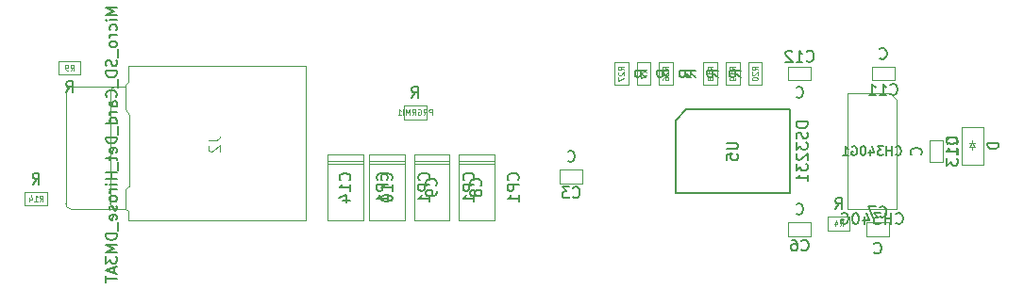
<source format=gbr>
G04 #@! TF.FileFunction,Other,Fab,Bot*
%FSLAX46Y46*%
G04 Gerber Fmt 4.6, Leading zero omitted, Abs format (unit mm)*
G04 Created by KiCad (PCBNEW 4.0.7) date 01/21/18 20:58:23*
%MOMM*%
%LPD*%
G01*
G04 APERTURE LIST*
%ADD10C,0.100000*%
%ADD11C,0.150000*%
%ADD12C,0.075000*%
G04 APERTURE END LIST*
D10*
X148500000Y-45630000D02*
X148500000Y-46870000D01*
X150500000Y-45630000D02*
X148500000Y-45630000D01*
X150500000Y-46870000D02*
X150500000Y-45630000D01*
X148500000Y-46870000D02*
X150500000Y-46870000D01*
X169000000Y-50380000D02*
X169000000Y-51620000D01*
X171000000Y-50380000D02*
X169000000Y-50380000D01*
X171000000Y-51620000D02*
X171000000Y-50380000D01*
X169000000Y-51620000D02*
X171000000Y-51620000D01*
X178000000Y-51620000D02*
X178000000Y-50380000D01*
X176000000Y-51620000D02*
X178000000Y-51620000D01*
X176000000Y-50380000D02*
X176000000Y-51620000D01*
X178000000Y-50380000D02*
X176000000Y-50380000D01*
X139400000Y-44250000D02*
X142600000Y-44250000D01*
X142600000Y-44250000D02*
X142600000Y-50250000D01*
X142600000Y-50250000D02*
X139400000Y-50250000D01*
X139400000Y-50250000D02*
X139400000Y-44250000D01*
X139400000Y-44850000D02*
X142600000Y-44850000D01*
X139400000Y-45150000D02*
X142600000Y-45150000D01*
X135400000Y-44250000D02*
X138600000Y-44250000D01*
X138600000Y-44250000D02*
X138600000Y-50250000D01*
X138600000Y-50250000D02*
X135400000Y-50250000D01*
X135400000Y-50250000D02*
X135400000Y-44250000D01*
X135400000Y-44850000D02*
X138600000Y-44850000D01*
X135400000Y-45150000D02*
X138600000Y-45150000D01*
X131400000Y-44250000D02*
X134600000Y-44250000D01*
X134600000Y-44250000D02*
X134600000Y-50250000D01*
X134600000Y-50250000D02*
X131400000Y-50250000D01*
X131400000Y-50250000D02*
X131400000Y-44250000D01*
X131400000Y-44850000D02*
X134600000Y-44850000D01*
X131400000Y-45150000D02*
X134600000Y-45150000D01*
X176500000Y-36380000D02*
X176500000Y-37620000D01*
X178500000Y-36380000D02*
X176500000Y-36380000D01*
X178500000Y-37620000D02*
X178500000Y-36380000D01*
X176500000Y-37620000D02*
X178500000Y-37620000D01*
X171000000Y-37620000D02*
X171000000Y-36380000D01*
X169000000Y-37620000D02*
X171000000Y-37620000D01*
X169000000Y-36380000D02*
X169000000Y-37620000D01*
X171000000Y-36380000D02*
X169000000Y-36380000D01*
X181630000Y-45000000D02*
X182870000Y-45000000D01*
X181630000Y-43000000D02*
X181630000Y-45000000D01*
X182870000Y-43000000D02*
X181630000Y-43000000D01*
X182870000Y-45000000D02*
X182870000Y-43000000D01*
X127650000Y-44250000D02*
X130850000Y-44250000D01*
X130850000Y-44250000D02*
X130850000Y-50250000D01*
X130850000Y-50250000D02*
X127650000Y-50250000D01*
X127650000Y-50250000D02*
X127650000Y-44250000D01*
X127650000Y-44850000D02*
X130850000Y-44850000D01*
X127650000Y-45150000D02*
X130850000Y-45150000D01*
X178700000Y-39400000D02*
X178100000Y-38800000D01*
X178100000Y-38800000D02*
X174300000Y-38800000D01*
X174300000Y-38800000D02*
X174300000Y-49200000D01*
X174300000Y-49200000D02*
X178700000Y-49200000D01*
X178700000Y-49200000D02*
X178700000Y-39400000D01*
X185246000Y-43246000D02*
X185754000Y-43246000D01*
X185500000Y-43627000D02*
X185500000Y-43881000D01*
X185500000Y-43246000D02*
X185500000Y-42992000D01*
X185754000Y-43627000D02*
X185500000Y-43246000D01*
X185246000Y-43627000D02*
X185754000Y-43627000D01*
X185500000Y-43246000D02*
X185246000Y-43627000D01*
X186450000Y-41800000D02*
X184550000Y-41800000D01*
X186450000Y-45200000D02*
X186450000Y-41800000D01*
X184550000Y-45200000D02*
X186450000Y-45200000D01*
X184550000Y-41800000D02*
X184550000Y-45200000D01*
X109750000Y-47190000D02*
X109900000Y-47190000D01*
X109750000Y-49390000D02*
X109750000Y-50200000D01*
X109750000Y-37790000D02*
X109750000Y-36350000D01*
X109550000Y-47390000D02*
X109550000Y-49190000D01*
X109750000Y-47190000D02*
X109550000Y-47390000D01*
X109550000Y-49190000D02*
X109750000Y-49390000D01*
X109550000Y-40240000D02*
X109900000Y-40765000D01*
X109550000Y-37990000D02*
X109750000Y-37790000D01*
X109550000Y-37990000D02*
X109550000Y-40240000D01*
X109750000Y-50200000D02*
X125700000Y-50200000D01*
X109750000Y-36350000D02*
X125700000Y-36350000D01*
X125700000Y-36350000D02*
X125700000Y-50200000D01*
X109900000Y-40765000D02*
X109900000Y-47190000D01*
X108150000Y-38700000D02*
G75*
G02X108650000Y-38200000I500000J0D01*
G01*
X108650000Y-49200000D02*
G75*
G02X108150000Y-48700000I0J500000D01*
G01*
X108150000Y-48700000D02*
X108150000Y-38700000D01*
X104150000Y-48700000D02*
X104150000Y-38700000D01*
X104150000Y-38700000D02*
G75*
G02X104650000Y-38200000I500000J0D01*
G01*
X104650000Y-49200000D02*
G75*
G02X104150000Y-48700000I0J500000D01*
G01*
X104650000Y-38200000D02*
X109550000Y-38200000D01*
X109550000Y-49200000D02*
X104650000Y-49200000D01*
X134500000Y-39880000D02*
X134500000Y-41120000D01*
X136500000Y-39880000D02*
X134500000Y-39880000D01*
X136500000Y-41120000D02*
X136500000Y-39880000D01*
X134500000Y-41120000D02*
X136500000Y-41120000D01*
X172500000Y-49880000D02*
X172500000Y-51120000D01*
X174500000Y-49880000D02*
X172500000Y-49880000D01*
X174500000Y-51120000D02*
X174500000Y-49880000D01*
X172500000Y-51120000D02*
X174500000Y-51120000D01*
X156620000Y-36000000D02*
X155380000Y-36000000D01*
X156620000Y-38000000D02*
X156620000Y-36000000D01*
X155380000Y-38000000D02*
X156620000Y-38000000D01*
X155380000Y-36000000D02*
X155380000Y-38000000D01*
X105500000Y-37120000D02*
X105500000Y-35880000D01*
X103500000Y-37120000D02*
X105500000Y-37120000D01*
X103500000Y-35880000D02*
X103500000Y-37120000D01*
X105500000Y-35880000D02*
X103500000Y-35880000D01*
X100500000Y-47630000D02*
X100500000Y-48870000D01*
X102500000Y-47630000D02*
X100500000Y-47630000D01*
X102500000Y-48870000D02*
X102500000Y-47630000D01*
X100500000Y-48870000D02*
X102500000Y-48870000D01*
X161378660Y-38000180D02*
X162618660Y-38000180D01*
X161378660Y-36000180D02*
X161378660Y-38000180D01*
X162618660Y-36000180D02*
X161378660Y-36000180D01*
X162618660Y-38000180D02*
X162618660Y-36000180D01*
X163377640Y-38000180D02*
X164617640Y-38000180D01*
X163377640Y-36000180D02*
X163377640Y-38000180D01*
X164617640Y-36000180D02*
X163377640Y-36000180D01*
X164617640Y-38000180D02*
X164617640Y-36000180D01*
X165380000Y-38000000D02*
X166620000Y-38000000D01*
X165380000Y-36000000D02*
X165380000Y-38000000D01*
X166620000Y-36000000D02*
X165380000Y-36000000D01*
X166620000Y-38000000D02*
X166620000Y-36000000D01*
X158620000Y-36000000D02*
X157380000Y-36000000D01*
X158620000Y-38000000D02*
X158620000Y-36000000D01*
X157380000Y-38000000D02*
X158620000Y-38000000D01*
X157380000Y-36000000D02*
X157380000Y-38000000D01*
X154620000Y-36000000D02*
X153380000Y-36000000D01*
X154620000Y-38000000D02*
X154620000Y-36000000D01*
X153380000Y-38000000D02*
X154620000Y-38000000D01*
X153380000Y-36000000D02*
X153380000Y-38000000D01*
D11*
X158850000Y-41250000D02*
X158850000Y-47750000D01*
X158850000Y-47750000D02*
X169150000Y-47750000D01*
X169150000Y-47750000D02*
X169150000Y-40250000D01*
X169150000Y-40250000D02*
X159850000Y-40250000D01*
X159850000Y-40250000D02*
X158850000Y-41250000D01*
X149190476Y-44857143D02*
X149238095Y-44904762D01*
X149380952Y-44952381D01*
X149476190Y-44952381D01*
X149619048Y-44904762D01*
X149714286Y-44809524D01*
X149761905Y-44714286D01*
X149809524Y-44523810D01*
X149809524Y-44380952D01*
X149761905Y-44190476D01*
X149714286Y-44095238D01*
X149619048Y-44000000D01*
X149476190Y-43952381D01*
X149380952Y-43952381D01*
X149238095Y-44000000D01*
X149190476Y-44047619D01*
X149666666Y-48107143D02*
X149714285Y-48154762D01*
X149857142Y-48202381D01*
X149952380Y-48202381D01*
X150095238Y-48154762D01*
X150190476Y-48059524D01*
X150238095Y-47964286D01*
X150285714Y-47773810D01*
X150285714Y-47630952D01*
X150238095Y-47440476D01*
X150190476Y-47345238D01*
X150095238Y-47250000D01*
X149952380Y-47202381D01*
X149857142Y-47202381D01*
X149714285Y-47250000D01*
X149666666Y-47297619D01*
X149333333Y-47202381D02*
X148714285Y-47202381D01*
X149047619Y-47583333D01*
X148904761Y-47583333D01*
X148809523Y-47630952D01*
X148761904Y-47678571D01*
X148714285Y-47773810D01*
X148714285Y-48011905D01*
X148761904Y-48107143D01*
X148809523Y-48154762D01*
X148904761Y-48202381D01*
X149190476Y-48202381D01*
X149285714Y-48154762D01*
X149333333Y-48107143D01*
X169690476Y-49607143D02*
X169738095Y-49654762D01*
X169880952Y-49702381D01*
X169976190Y-49702381D01*
X170119048Y-49654762D01*
X170214286Y-49559524D01*
X170261905Y-49464286D01*
X170309524Y-49273810D01*
X170309524Y-49130952D01*
X170261905Y-48940476D01*
X170214286Y-48845238D01*
X170119048Y-48750000D01*
X169976190Y-48702381D01*
X169880952Y-48702381D01*
X169738095Y-48750000D01*
X169690476Y-48797619D01*
X170166666Y-52857143D02*
X170214285Y-52904762D01*
X170357142Y-52952381D01*
X170452380Y-52952381D01*
X170595238Y-52904762D01*
X170690476Y-52809524D01*
X170738095Y-52714286D01*
X170785714Y-52523810D01*
X170785714Y-52380952D01*
X170738095Y-52190476D01*
X170690476Y-52095238D01*
X170595238Y-52000000D01*
X170452380Y-51952381D01*
X170357142Y-51952381D01*
X170214285Y-52000000D01*
X170166666Y-52047619D01*
X169309523Y-51952381D02*
X169500000Y-51952381D01*
X169595238Y-52000000D01*
X169642857Y-52047619D01*
X169738095Y-52190476D01*
X169785714Y-52380952D01*
X169785714Y-52761905D01*
X169738095Y-52857143D01*
X169690476Y-52904762D01*
X169595238Y-52952381D01*
X169404761Y-52952381D01*
X169309523Y-52904762D01*
X169261904Y-52857143D01*
X169214285Y-52761905D01*
X169214285Y-52523810D01*
X169261904Y-52428571D01*
X169309523Y-52380952D01*
X169404761Y-52333333D01*
X169595238Y-52333333D01*
X169690476Y-52380952D01*
X169738095Y-52428571D01*
X169785714Y-52523810D01*
X176690476Y-53107143D02*
X176738095Y-53154762D01*
X176880952Y-53202381D01*
X176976190Y-53202381D01*
X177119048Y-53154762D01*
X177214286Y-53059524D01*
X177261905Y-52964286D01*
X177309524Y-52773810D01*
X177309524Y-52630952D01*
X177261905Y-52440476D01*
X177214286Y-52345238D01*
X177119048Y-52250000D01*
X176976190Y-52202381D01*
X176880952Y-52202381D01*
X176738095Y-52250000D01*
X176690476Y-52297619D01*
X177166666Y-49857143D02*
X177214285Y-49904762D01*
X177357142Y-49952381D01*
X177452380Y-49952381D01*
X177595238Y-49904762D01*
X177690476Y-49809524D01*
X177738095Y-49714286D01*
X177785714Y-49523810D01*
X177785714Y-49380952D01*
X177738095Y-49190476D01*
X177690476Y-49095238D01*
X177595238Y-49000000D01*
X177452380Y-48952381D01*
X177357142Y-48952381D01*
X177214285Y-49000000D01*
X177166666Y-49047619D01*
X176833333Y-48952381D02*
X176166666Y-48952381D01*
X176595238Y-49952381D01*
X144707143Y-46583334D02*
X144754762Y-46535715D01*
X144802381Y-46392858D01*
X144802381Y-46297620D01*
X144754762Y-46154762D01*
X144659524Y-46059524D01*
X144564286Y-46011905D01*
X144373810Y-45964286D01*
X144230952Y-45964286D01*
X144040476Y-46011905D01*
X143945238Y-46059524D01*
X143850000Y-46154762D01*
X143802381Y-46297620D01*
X143802381Y-46392858D01*
X143850000Y-46535715D01*
X143897619Y-46583334D01*
X144802381Y-47011905D02*
X143802381Y-47011905D01*
X143802381Y-47392858D01*
X143850000Y-47488096D01*
X143897619Y-47535715D01*
X143992857Y-47583334D01*
X144135714Y-47583334D01*
X144230952Y-47535715D01*
X144278571Y-47488096D01*
X144326190Y-47392858D01*
X144326190Y-47011905D01*
X144802381Y-48535715D02*
X144802381Y-47964286D01*
X144802381Y-48250000D02*
X143802381Y-48250000D01*
X143945238Y-48154762D01*
X144040476Y-48059524D01*
X144088095Y-47964286D01*
X141357143Y-47083334D02*
X141404762Y-47035715D01*
X141452381Y-46892858D01*
X141452381Y-46797620D01*
X141404762Y-46654762D01*
X141309524Y-46559524D01*
X141214286Y-46511905D01*
X141023810Y-46464286D01*
X140880952Y-46464286D01*
X140690476Y-46511905D01*
X140595238Y-46559524D01*
X140500000Y-46654762D01*
X140452381Y-46797620D01*
X140452381Y-46892858D01*
X140500000Y-47035715D01*
X140547619Y-47083334D01*
X140880952Y-47654762D02*
X140833333Y-47559524D01*
X140785714Y-47511905D01*
X140690476Y-47464286D01*
X140642857Y-47464286D01*
X140547619Y-47511905D01*
X140500000Y-47559524D01*
X140452381Y-47654762D01*
X140452381Y-47845239D01*
X140500000Y-47940477D01*
X140547619Y-47988096D01*
X140642857Y-48035715D01*
X140690476Y-48035715D01*
X140785714Y-47988096D01*
X140833333Y-47940477D01*
X140880952Y-47845239D01*
X140880952Y-47654762D01*
X140928571Y-47559524D01*
X140976190Y-47511905D01*
X141071429Y-47464286D01*
X141261905Y-47464286D01*
X141357143Y-47511905D01*
X141404762Y-47559524D01*
X141452381Y-47654762D01*
X141452381Y-47845239D01*
X141404762Y-47940477D01*
X141357143Y-47988096D01*
X141261905Y-48035715D01*
X141071429Y-48035715D01*
X140976190Y-47988096D01*
X140928571Y-47940477D01*
X140880952Y-47845239D01*
X140707143Y-46583334D02*
X140754762Y-46535715D01*
X140802381Y-46392858D01*
X140802381Y-46297620D01*
X140754762Y-46154762D01*
X140659524Y-46059524D01*
X140564286Y-46011905D01*
X140373810Y-45964286D01*
X140230952Y-45964286D01*
X140040476Y-46011905D01*
X139945238Y-46059524D01*
X139850000Y-46154762D01*
X139802381Y-46297620D01*
X139802381Y-46392858D01*
X139850000Y-46535715D01*
X139897619Y-46583334D01*
X140802381Y-47011905D02*
X139802381Y-47011905D01*
X139802381Y-47392858D01*
X139850000Y-47488096D01*
X139897619Y-47535715D01*
X139992857Y-47583334D01*
X140135714Y-47583334D01*
X140230952Y-47535715D01*
X140278571Y-47488096D01*
X140326190Y-47392858D01*
X140326190Y-47011905D01*
X140802381Y-48535715D02*
X140802381Y-47964286D01*
X140802381Y-48250000D02*
X139802381Y-48250000D01*
X139945238Y-48154762D01*
X140040476Y-48059524D01*
X140088095Y-47964286D01*
X137357143Y-47083334D02*
X137404762Y-47035715D01*
X137452381Y-46892858D01*
X137452381Y-46797620D01*
X137404762Y-46654762D01*
X137309524Y-46559524D01*
X137214286Y-46511905D01*
X137023810Y-46464286D01*
X136880952Y-46464286D01*
X136690476Y-46511905D01*
X136595238Y-46559524D01*
X136500000Y-46654762D01*
X136452381Y-46797620D01*
X136452381Y-46892858D01*
X136500000Y-47035715D01*
X136547619Y-47083334D01*
X137452381Y-47559524D02*
X137452381Y-47750000D01*
X137404762Y-47845239D01*
X137357143Y-47892858D01*
X137214286Y-47988096D01*
X137023810Y-48035715D01*
X136642857Y-48035715D01*
X136547619Y-47988096D01*
X136500000Y-47940477D01*
X136452381Y-47845239D01*
X136452381Y-47654762D01*
X136500000Y-47559524D01*
X136547619Y-47511905D01*
X136642857Y-47464286D01*
X136880952Y-47464286D01*
X136976190Y-47511905D01*
X137023810Y-47559524D01*
X137071429Y-47654762D01*
X137071429Y-47845239D01*
X137023810Y-47940477D01*
X136976190Y-47988096D01*
X136880952Y-48035715D01*
X136707143Y-46583334D02*
X136754762Y-46535715D01*
X136802381Y-46392858D01*
X136802381Y-46297620D01*
X136754762Y-46154762D01*
X136659524Y-46059524D01*
X136564286Y-46011905D01*
X136373810Y-45964286D01*
X136230952Y-45964286D01*
X136040476Y-46011905D01*
X135945238Y-46059524D01*
X135850000Y-46154762D01*
X135802381Y-46297620D01*
X135802381Y-46392858D01*
X135850000Y-46535715D01*
X135897619Y-46583334D01*
X136802381Y-47011905D02*
X135802381Y-47011905D01*
X135802381Y-47392858D01*
X135850000Y-47488096D01*
X135897619Y-47535715D01*
X135992857Y-47583334D01*
X136135714Y-47583334D01*
X136230952Y-47535715D01*
X136278571Y-47488096D01*
X136326190Y-47392858D01*
X136326190Y-47011905D01*
X136802381Y-48535715D02*
X136802381Y-47964286D01*
X136802381Y-48250000D02*
X135802381Y-48250000D01*
X135945238Y-48154762D01*
X136040476Y-48059524D01*
X136088095Y-47964286D01*
X133357143Y-46607143D02*
X133404762Y-46559524D01*
X133452381Y-46416667D01*
X133452381Y-46321429D01*
X133404762Y-46178571D01*
X133309524Y-46083333D01*
X133214286Y-46035714D01*
X133023810Y-45988095D01*
X132880952Y-45988095D01*
X132690476Y-46035714D01*
X132595238Y-46083333D01*
X132500000Y-46178571D01*
X132452381Y-46321429D01*
X132452381Y-46416667D01*
X132500000Y-46559524D01*
X132547619Y-46607143D01*
X133452381Y-47559524D02*
X133452381Y-46988095D01*
X133452381Y-47273809D02*
X132452381Y-47273809D01*
X132595238Y-47178571D01*
X132690476Y-47083333D01*
X132738095Y-46988095D01*
X132452381Y-48178571D02*
X132452381Y-48273810D01*
X132500000Y-48369048D01*
X132547619Y-48416667D01*
X132642857Y-48464286D01*
X132833333Y-48511905D01*
X133071429Y-48511905D01*
X133261905Y-48464286D01*
X133357143Y-48416667D01*
X133404762Y-48369048D01*
X133452381Y-48273810D01*
X133452381Y-48178571D01*
X133404762Y-48083333D01*
X133357143Y-48035714D01*
X133261905Y-47988095D01*
X133071429Y-47940476D01*
X132833333Y-47940476D01*
X132642857Y-47988095D01*
X132547619Y-48035714D01*
X132500000Y-48083333D01*
X132452381Y-48178571D01*
X177190476Y-35607143D02*
X177238095Y-35654762D01*
X177380952Y-35702381D01*
X177476190Y-35702381D01*
X177619048Y-35654762D01*
X177714286Y-35559524D01*
X177761905Y-35464286D01*
X177809524Y-35273810D01*
X177809524Y-35130952D01*
X177761905Y-34940476D01*
X177714286Y-34845238D01*
X177619048Y-34750000D01*
X177476190Y-34702381D01*
X177380952Y-34702381D01*
X177238095Y-34750000D01*
X177190476Y-34797619D01*
X178142857Y-38857143D02*
X178190476Y-38904762D01*
X178333333Y-38952381D01*
X178428571Y-38952381D01*
X178571429Y-38904762D01*
X178666667Y-38809524D01*
X178714286Y-38714286D01*
X178761905Y-38523810D01*
X178761905Y-38380952D01*
X178714286Y-38190476D01*
X178666667Y-38095238D01*
X178571429Y-38000000D01*
X178428571Y-37952381D01*
X178333333Y-37952381D01*
X178190476Y-38000000D01*
X178142857Y-38047619D01*
X177190476Y-38952381D02*
X177761905Y-38952381D01*
X177476191Y-38952381D02*
X177476191Y-37952381D01*
X177571429Y-38095238D01*
X177666667Y-38190476D01*
X177761905Y-38238095D01*
X176238095Y-38952381D02*
X176809524Y-38952381D01*
X176523810Y-38952381D02*
X176523810Y-37952381D01*
X176619048Y-38095238D01*
X176714286Y-38190476D01*
X176809524Y-38238095D01*
X169690476Y-39107143D02*
X169738095Y-39154762D01*
X169880952Y-39202381D01*
X169976190Y-39202381D01*
X170119048Y-39154762D01*
X170214286Y-39059524D01*
X170261905Y-38964286D01*
X170309524Y-38773810D01*
X170309524Y-38630952D01*
X170261905Y-38440476D01*
X170214286Y-38345238D01*
X170119048Y-38250000D01*
X169976190Y-38202381D01*
X169880952Y-38202381D01*
X169738095Y-38250000D01*
X169690476Y-38297619D01*
X170642857Y-35857143D02*
X170690476Y-35904762D01*
X170833333Y-35952381D01*
X170928571Y-35952381D01*
X171071429Y-35904762D01*
X171166667Y-35809524D01*
X171214286Y-35714286D01*
X171261905Y-35523810D01*
X171261905Y-35380952D01*
X171214286Y-35190476D01*
X171166667Y-35095238D01*
X171071429Y-35000000D01*
X170928571Y-34952381D01*
X170833333Y-34952381D01*
X170690476Y-35000000D01*
X170642857Y-35047619D01*
X169690476Y-35952381D02*
X170261905Y-35952381D01*
X169976191Y-35952381D02*
X169976191Y-34952381D01*
X170071429Y-35095238D01*
X170166667Y-35190476D01*
X170261905Y-35238095D01*
X169309524Y-35047619D02*
X169261905Y-35000000D01*
X169166667Y-34952381D01*
X168928571Y-34952381D01*
X168833333Y-35000000D01*
X168785714Y-35047619D01*
X168738095Y-35142857D01*
X168738095Y-35238095D01*
X168785714Y-35380952D01*
X169357143Y-35952381D01*
X168738095Y-35952381D01*
X180857143Y-44309524D02*
X180904762Y-44261905D01*
X180952381Y-44119048D01*
X180952381Y-44023810D01*
X180904762Y-43880952D01*
X180809524Y-43785714D01*
X180714286Y-43738095D01*
X180523810Y-43690476D01*
X180380952Y-43690476D01*
X180190476Y-43738095D01*
X180095238Y-43785714D01*
X180000000Y-43880952D01*
X179952381Y-44023810D01*
X179952381Y-44119048D01*
X180000000Y-44261905D01*
X180047619Y-44309524D01*
X184107143Y-43357143D02*
X184154762Y-43309524D01*
X184202381Y-43166667D01*
X184202381Y-43071429D01*
X184154762Y-42928571D01*
X184059524Y-42833333D01*
X183964286Y-42785714D01*
X183773810Y-42738095D01*
X183630952Y-42738095D01*
X183440476Y-42785714D01*
X183345238Y-42833333D01*
X183250000Y-42928571D01*
X183202381Y-43071429D01*
X183202381Y-43166667D01*
X183250000Y-43309524D01*
X183297619Y-43357143D01*
X184202381Y-44309524D02*
X184202381Y-43738095D01*
X184202381Y-44023809D02*
X183202381Y-44023809D01*
X183345238Y-43928571D01*
X183440476Y-43833333D01*
X183488095Y-43738095D01*
X183202381Y-44642857D02*
X183202381Y-45261905D01*
X183583333Y-44928571D01*
X183583333Y-45071429D01*
X183630952Y-45166667D01*
X183678571Y-45214286D01*
X183773810Y-45261905D01*
X184011905Y-45261905D01*
X184107143Y-45214286D01*
X184154762Y-45166667D01*
X184202381Y-45071429D01*
X184202381Y-44785714D01*
X184154762Y-44690476D01*
X184107143Y-44642857D01*
X132957143Y-46583334D02*
X133004762Y-46535715D01*
X133052381Y-46392858D01*
X133052381Y-46297620D01*
X133004762Y-46154762D01*
X132909524Y-46059524D01*
X132814286Y-46011905D01*
X132623810Y-45964286D01*
X132480952Y-45964286D01*
X132290476Y-46011905D01*
X132195238Y-46059524D01*
X132100000Y-46154762D01*
X132052381Y-46297620D01*
X132052381Y-46392858D01*
X132100000Y-46535715D01*
X132147619Y-46583334D01*
X133052381Y-47011905D02*
X132052381Y-47011905D01*
X132052381Y-47392858D01*
X132100000Y-47488096D01*
X132147619Y-47535715D01*
X132242857Y-47583334D01*
X132385714Y-47583334D01*
X132480952Y-47535715D01*
X132528571Y-47488096D01*
X132576190Y-47392858D01*
X132576190Y-47011905D01*
X133052381Y-48535715D02*
X133052381Y-47964286D01*
X133052381Y-48250000D02*
X132052381Y-48250000D01*
X132195238Y-48154762D01*
X132290476Y-48059524D01*
X132338095Y-47964286D01*
X129607143Y-46607143D02*
X129654762Y-46559524D01*
X129702381Y-46416667D01*
X129702381Y-46321429D01*
X129654762Y-46178571D01*
X129559524Y-46083333D01*
X129464286Y-46035714D01*
X129273810Y-45988095D01*
X129130952Y-45988095D01*
X128940476Y-46035714D01*
X128845238Y-46083333D01*
X128750000Y-46178571D01*
X128702381Y-46321429D01*
X128702381Y-46416667D01*
X128750000Y-46559524D01*
X128797619Y-46607143D01*
X129702381Y-47559524D02*
X129702381Y-46988095D01*
X129702381Y-47273809D02*
X128702381Y-47273809D01*
X128845238Y-47178571D01*
X128940476Y-47083333D01*
X128988095Y-46988095D01*
X129035714Y-48416667D02*
X129702381Y-48416667D01*
X128654762Y-48178571D02*
X129369048Y-47940476D01*
X129369048Y-48559524D01*
X178642857Y-50457143D02*
X178690476Y-50504762D01*
X178833333Y-50552381D01*
X178928571Y-50552381D01*
X179071429Y-50504762D01*
X179166667Y-50409524D01*
X179214286Y-50314286D01*
X179261905Y-50123810D01*
X179261905Y-49980952D01*
X179214286Y-49790476D01*
X179166667Y-49695238D01*
X179071429Y-49600000D01*
X178928571Y-49552381D01*
X178833333Y-49552381D01*
X178690476Y-49600000D01*
X178642857Y-49647619D01*
X178214286Y-50552381D02*
X178214286Y-49552381D01*
X178214286Y-50028571D02*
X177642857Y-50028571D01*
X177642857Y-50552381D02*
X177642857Y-49552381D01*
X177261905Y-49552381D02*
X176642857Y-49552381D01*
X176976191Y-49933333D01*
X176833333Y-49933333D01*
X176738095Y-49980952D01*
X176690476Y-50028571D01*
X176642857Y-50123810D01*
X176642857Y-50361905D01*
X176690476Y-50457143D01*
X176738095Y-50504762D01*
X176833333Y-50552381D01*
X177119048Y-50552381D01*
X177214286Y-50504762D01*
X177261905Y-50457143D01*
X175785714Y-49885714D02*
X175785714Y-50552381D01*
X176023810Y-49504762D02*
X176261905Y-50219048D01*
X175642857Y-50219048D01*
X175071429Y-49552381D02*
X174976190Y-49552381D01*
X174880952Y-49600000D01*
X174833333Y-49647619D01*
X174785714Y-49742857D01*
X174738095Y-49933333D01*
X174738095Y-50171429D01*
X174785714Y-50361905D01*
X174833333Y-50457143D01*
X174880952Y-50504762D01*
X174976190Y-50552381D01*
X175071429Y-50552381D01*
X175166667Y-50504762D01*
X175214286Y-50457143D01*
X175261905Y-50361905D01*
X175309524Y-50171429D01*
X175309524Y-49933333D01*
X175261905Y-49742857D01*
X175214286Y-49647619D01*
X175166667Y-49600000D01*
X175071429Y-49552381D01*
X173785714Y-49600000D02*
X173880952Y-49552381D01*
X174023809Y-49552381D01*
X174166667Y-49600000D01*
X174261905Y-49695238D01*
X174309524Y-49790476D01*
X174357143Y-49980952D01*
X174357143Y-50123810D01*
X174309524Y-50314286D01*
X174261905Y-50409524D01*
X174166667Y-50504762D01*
X174023809Y-50552381D01*
X173928571Y-50552381D01*
X173785714Y-50504762D01*
X173738095Y-50457143D01*
X173738095Y-50123810D01*
X173928571Y-50123810D01*
X178595238Y-44285714D02*
X178633333Y-44323810D01*
X178747619Y-44361905D01*
X178823809Y-44361905D01*
X178938095Y-44323810D01*
X179014286Y-44247619D01*
X179052381Y-44171429D01*
X179090476Y-44019048D01*
X179090476Y-43904762D01*
X179052381Y-43752381D01*
X179014286Y-43676190D01*
X178938095Y-43600000D01*
X178823809Y-43561905D01*
X178747619Y-43561905D01*
X178633333Y-43600000D01*
X178595238Y-43638095D01*
X178252381Y-44361905D02*
X178252381Y-43561905D01*
X178252381Y-43942857D02*
X177795238Y-43942857D01*
X177795238Y-44361905D02*
X177795238Y-43561905D01*
X177490476Y-43561905D02*
X176995238Y-43561905D01*
X177261905Y-43866667D01*
X177147619Y-43866667D01*
X177071429Y-43904762D01*
X177033333Y-43942857D01*
X176995238Y-44019048D01*
X176995238Y-44209524D01*
X177033333Y-44285714D01*
X177071429Y-44323810D01*
X177147619Y-44361905D01*
X177376191Y-44361905D01*
X177452381Y-44323810D01*
X177490476Y-44285714D01*
X176309524Y-43828571D02*
X176309524Y-44361905D01*
X176500000Y-43523810D02*
X176690476Y-44095238D01*
X176195238Y-44095238D01*
X175738095Y-43561905D02*
X175661904Y-43561905D01*
X175585714Y-43600000D01*
X175547619Y-43638095D01*
X175509523Y-43714286D01*
X175471428Y-43866667D01*
X175471428Y-44057143D01*
X175509523Y-44209524D01*
X175547619Y-44285714D01*
X175585714Y-44323810D01*
X175661904Y-44361905D01*
X175738095Y-44361905D01*
X175814285Y-44323810D01*
X175852381Y-44285714D01*
X175890476Y-44209524D01*
X175928571Y-44057143D01*
X175928571Y-43866667D01*
X175890476Y-43714286D01*
X175852381Y-43638095D01*
X175814285Y-43600000D01*
X175738095Y-43561905D01*
X174709523Y-43600000D02*
X174785714Y-43561905D01*
X174899999Y-43561905D01*
X175014285Y-43600000D01*
X175090476Y-43676190D01*
X175128571Y-43752381D01*
X175166666Y-43904762D01*
X175166666Y-44019048D01*
X175128571Y-44171429D01*
X175090476Y-44247619D01*
X175014285Y-44323810D01*
X174899999Y-44361905D01*
X174823809Y-44361905D01*
X174709523Y-44323810D01*
X174671428Y-44285714D01*
X174671428Y-44019048D01*
X174823809Y-44019048D01*
X173909523Y-44361905D02*
X174366666Y-44361905D01*
X174138095Y-44361905D02*
X174138095Y-43561905D01*
X174214285Y-43676190D01*
X174290476Y-43752381D01*
X174366666Y-43790476D01*
X187852381Y-43238095D02*
X186852381Y-43238095D01*
X186852381Y-43476190D01*
X186900000Y-43619048D01*
X186995238Y-43714286D01*
X187090476Y-43761905D01*
X187280952Y-43809524D01*
X187423810Y-43809524D01*
X187614286Y-43761905D01*
X187709524Y-43714286D01*
X187804762Y-43619048D01*
X187852381Y-43476190D01*
X187852381Y-43238095D01*
X184152381Y-42761905D02*
X183152381Y-42761905D01*
X183152381Y-43000000D01*
X183200000Y-43142858D01*
X183295238Y-43238096D01*
X183390476Y-43285715D01*
X183580952Y-43333334D01*
X183723810Y-43333334D01*
X183914286Y-43285715D01*
X184009524Y-43238096D01*
X184104762Y-43142858D01*
X184152381Y-43000000D01*
X184152381Y-42761905D01*
X184152381Y-44285715D02*
X184152381Y-43714286D01*
X184152381Y-44000000D02*
X183152381Y-44000000D01*
X183295238Y-43904762D01*
X183390476Y-43809524D01*
X183438095Y-43714286D01*
X108752381Y-31064284D02*
X107752381Y-31064284D01*
X108466667Y-31397618D01*
X107752381Y-31730951D01*
X108752381Y-31730951D01*
X108752381Y-32207141D02*
X108085714Y-32207141D01*
X107752381Y-32207141D02*
X107800000Y-32159522D01*
X107847619Y-32207141D01*
X107800000Y-32254760D01*
X107752381Y-32207141D01*
X107847619Y-32207141D01*
X108704762Y-33111903D02*
X108752381Y-33016665D01*
X108752381Y-32826188D01*
X108704762Y-32730950D01*
X108657143Y-32683331D01*
X108561905Y-32635712D01*
X108276190Y-32635712D01*
X108180952Y-32683331D01*
X108133333Y-32730950D01*
X108085714Y-32826188D01*
X108085714Y-33016665D01*
X108133333Y-33111903D01*
X108752381Y-33540474D02*
X108085714Y-33540474D01*
X108276190Y-33540474D02*
X108180952Y-33588093D01*
X108133333Y-33635712D01*
X108085714Y-33730950D01*
X108085714Y-33826189D01*
X108752381Y-34302379D02*
X108704762Y-34207141D01*
X108657143Y-34159522D01*
X108561905Y-34111903D01*
X108276190Y-34111903D01*
X108180952Y-34159522D01*
X108133333Y-34207141D01*
X108085714Y-34302379D01*
X108085714Y-34445237D01*
X108133333Y-34540475D01*
X108180952Y-34588094D01*
X108276190Y-34635713D01*
X108561905Y-34635713D01*
X108657143Y-34588094D01*
X108704762Y-34540475D01*
X108752381Y-34445237D01*
X108752381Y-34302379D01*
X108847619Y-34826189D02*
X108847619Y-35588094D01*
X108704762Y-35778570D02*
X108752381Y-35921427D01*
X108752381Y-36159523D01*
X108704762Y-36254761D01*
X108657143Y-36302380D01*
X108561905Y-36349999D01*
X108466667Y-36349999D01*
X108371429Y-36302380D01*
X108323810Y-36254761D01*
X108276190Y-36159523D01*
X108228571Y-35969046D01*
X108180952Y-35873808D01*
X108133333Y-35826189D01*
X108038095Y-35778570D01*
X107942857Y-35778570D01*
X107847619Y-35826189D01*
X107800000Y-35873808D01*
X107752381Y-35969046D01*
X107752381Y-36207142D01*
X107800000Y-36349999D01*
X108752381Y-36778570D02*
X107752381Y-36778570D01*
X107752381Y-37016665D01*
X107800000Y-37159523D01*
X107895238Y-37254761D01*
X107990476Y-37302380D01*
X108180952Y-37349999D01*
X108323810Y-37349999D01*
X108514286Y-37302380D01*
X108609524Y-37254761D01*
X108704762Y-37159523D01*
X108752381Y-37016665D01*
X108752381Y-36778570D01*
X108847619Y-37540475D02*
X108847619Y-38302380D01*
X108657143Y-39111904D02*
X108704762Y-39064285D01*
X108752381Y-38921428D01*
X108752381Y-38826190D01*
X108704762Y-38683332D01*
X108609524Y-38588094D01*
X108514286Y-38540475D01*
X108323810Y-38492856D01*
X108180952Y-38492856D01*
X107990476Y-38540475D01*
X107895238Y-38588094D01*
X107800000Y-38683332D01*
X107752381Y-38826190D01*
X107752381Y-38921428D01*
X107800000Y-39064285D01*
X107847619Y-39111904D01*
X108752381Y-39969047D02*
X108228571Y-39969047D01*
X108133333Y-39921428D01*
X108085714Y-39826190D01*
X108085714Y-39635713D01*
X108133333Y-39540475D01*
X108704762Y-39969047D02*
X108752381Y-39873809D01*
X108752381Y-39635713D01*
X108704762Y-39540475D01*
X108609524Y-39492856D01*
X108514286Y-39492856D01*
X108419048Y-39540475D01*
X108371429Y-39635713D01*
X108371429Y-39873809D01*
X108323810Y-39969047D01*
X108752381Y-40445237D02*
X108085714Y-40445237D01*
X108276190Y-40445237D02*
X108180952Y-40492856D01*
X108133333Y-40540475D01*
X108085714Y-40635713D01*
X108085714Y-40730952D01*
X108752381Y-41492857D02*
X107752381Y-41492857D01*
X108704762Y-41492857D02*
X108752381Y-41397619D01*
X108752381Y-41207142D01*
X108704762Y-41111904D01*
X108657143Y-41064285D01*
X108561905Y-41016666D01*
X108276190Y-41016666D01*
X108180952Y-41064285D01*
X108133333Y-41111904D01*
X108085714Y-41207142D01*
X108085714Y-41397619D01*
X108133333Y-41492857D01*
X108847619Y-41730952D02*
X108847619Y-42492857D01*
X108752381Y-42730952D02*
X107752381Y-42730952D01*
X107752381Y-42969047D01*
X107800000Y-43111905D01*
X107895238Y-43207143D01*
X107990476Y-43254762D01*
X108180952Y-43302381D01*
X108323810Y-43302381D01*
X108514286Y-43254762D01*
X108609524Y-43207143D01*
X108704762Y-43111905D01*
X108752381Y-42969047D01*
X108752381Y-42730952D01*
X108704762Y-44111905D02*
X108752381Y-44016667D01*
X108752381Y-43826190D01*
X108704762Y-43730952D01*
X108609524Y-43683333D01*
X108228571Y-43683333D01*
X108133333Y-43730952D01*
X108085714Y-43826190D01*
X108085714Y-44016667D01*
X108133333Y-44111905D01*
X108228571Y-44159524D01*
X108323810Y-44159524D01*
X108419048Y-43683333D01*
X108085714Y-44445238D02*
X108085714Y-44826190D01*
X107752381Y-44588095D02*
X108609524Y-44588095D01*
X108704762Y-44635714D01*
X108752381Y-44730952D01*
X108752381Y-44826190D01*
X108847619Y-44921429D02*
X108847619Y-45683334D01*
X108752381Y-45921429D02*
X107752381Y-45921429D01*
X108228571Y-45921429D02*
X108228571Y-46492858D01*
X108752381Y-46492858D02*
X107752381Y-46492858D01*
X108752381Y-46969048D02*
X108085714Y-46969048D01*
X107752381Y-46969048D02*
X107800000Y-46921429D01*
X107847619Y-46969048D01*
X107800000Y-47016667D01*
X107752381Y-46969048D01*
X107847619Y-46969048D01*
X108752381Y-47445238D02*
X108085714Y-47445238D01*
X108276190Y-47445238D02*
X108180952Y-47492857D01*
X108133333Y-47540476D01*
X108085714Y-47635714D01*
X108085714Y-47730953D01*
X108752381Y-48207143D02*
X108704762Y-48111905D01*
X108657143Y-48064286D01*
X108561905Y-48016667D01*
X108276190Y-48016667D01*
X108180952Y-48064286D01*
X108133333Y-48111905D01*
X108085714Y-48207143D01*
X108085714Y-48350001D01*
X108133333Y-48445239D01*
X108180952Y-48492858D01*
X108276190Y-48540477D01*
X108561905Y-48540477D01*
X108657143Y-48492858D01*
X108704762Y-48445239D01*
X108752381Y-48350001D01*
X108752381Y-48207143D01*
X108704762Y-48921429D02*
X108752381Y-49016667D01*
X108752381Y-49207143D01*
X108704762Y-49302382D01*
X108609524Y-49350001D01*
X108561905Y-49350001D01*
X108466667Y-49302382D01*
X108419048Y-49207143D01*
X108419048Y-49064286D01*
X108371429Y-48969048D01*
X108276190Y-48921429D01*
X108228571Y-48921429D01*
X108133333Y-48969048D01*
X108085714Y-49064286D01*
X108085714Y-49207143D01*
X108133333Y-49302382D01*
X108704762Y-50159525D02*
X108752381Y-50064287D01*
X108752381Y-49873810D01*
X108704762Y-49778572D01*
X108609524Y-49730953D01*
X108228571Y-49730953D01*
X108133333Y-49778572D01*
X108085714Y-49873810D01*
X108085714Y-50064287D01*
X108133333Y-50159525D01*
X108228571Y-50207144D01*
X108323810Y-50207144D01*
X108419048Y-49730953D01*
X108847619Y-50397620D02*
X108847619Y-51159525D01*
X108752381Y-51397620D02*
X107752381Y-51397620D01*
X107752381Y-51635715D01*
X107800000Y-51778573D01*
X107895238Y-51873811D01*
X107990476Y-51921430D01*
X108180952Y-51969049D01*
X108323810Y-51969049D01*
X108514286Y-51921430D01*
X108609524Y-51873811D01*
X108704762Y-51778573D01*
X108752381Y-51635715D01*
X108752381Y-51397620D01*
X108752381Y-52397620D02*
X107752381Y-52397620D01*
X108466667Y-52730954D01*
X107752381Y-53064287D01*
X108752381Y-53064287D01*
X107752381Y-53445239D02*
X107752381Y-54064287D01*
X108133333Y-53730953D01*
X108133333Y-53873811D01*
X108180952Y-53969049D01*
X108228571Y-54016668D01*
X108323810Y-54064287D01*
X108561905Y-54064287D01*
X108657143Y-54016668D01*
X108704762Y-53969049D01*
X108752381Y-53873811D01*
X108752381Y-53588096D01*
X108704762Y-53492858D01*
X108657143Y-53445239D01*
X108466667Y-54445239D02*
X108466667Y-54921430D01*
X108752381Y-54350001D02*
X107752381Y-54683334D01*
X108752381Y-55016668D01*
X107752381Y-55207144D02*
X107752381Y-55778573D01*
X108752381Y-55492858D02*
X107752381Y-55492858D01*
D10*
X116952381Y-43016667D02*
X117666667Y-43016667D01*
X117809524Y-42969047D01*
X117904762Y-42873809D01*
X117952381Y-42730952D01*
X117952381Y-42635714D01*
X117047619Y-43445238D02*
X117000000Y-43492857D01*
X116952381Y-43588095D01*
X116952381Y-43826191D01*
X117000000Y-43921429D01*
X117047619Y-43969048D01*
X117142857Y-44016667D01*
X117238095Y-44016667D01*
X117380952Y-43969048D01*
X117952381Y-43397619D01*
X117952381Y-44016667D01*
D11*
X135190476Y-39202381D02*
X135523810Y-38726190D01*
X135761905Y-39202381D02*
X135761905Y-38202381D01*
X135380952Y-38202381D01*
X135285714Y-38250000D01*
X135238095Y-38297619D01*
X135190476Y-38392857D01*
X135190476Y-38535714D01*
X135238095Y-38630952D01*
X135285714Y-38678571D01*
X135380952Y-38726190D01*
X135761905Y-38726190D01*
D12*
X137023809Y-40726190D02*
X137023809Y-40226190D01*
X136833333Y-40226190D01*
X136785714Y-40250000D01*
X136761905Y-40273810D01*
X136738095Y-40321429D01*
X136738095Y-40392857D01*
X136761905Y-40440476D01*
X136785714Y-40464286D01*
X136833333Y-40488095D01*
X137023809Y-40488095D01*
X136238095Y-40726190D02*
X136404762Y-40488095D01*
X136523809Y-40726190D02*
X136523809Y-40226190D01*
X136333333Y-40226190D01*
X136285714Y-40250000D01*
X136261905Y-40273810D01*
X136238095Y-40321429D01*
X136238095Y-40392857D01*
X136261905Y-40440476D01*
X136285714Y-40464286D01*
X136333333Y-40488095D01*
X136523809Y-40488095D01*
X135761905Y-40250000D02*
X135809524Y-40226190D01*
X135880952Y-40226190D01*
X135952381Y-40250000D01*
X136000000Y-40297619D01*
X136023809Y-40345238D01*
X136047619Y-40440476D01*
X136047619Y-40511905D01*
X136023809Y-40607143D01*
X136000000Y-40654762D01*
X135952381Y-40702381D01*
X135880952Y-40726190D01*
X135833333Y-40726190D01*
X135761905Y-40702381D01*
X135738095Y-40678571D01*
X135738095Y-40511905D01*
X135833333Y-40511905D01*
X135238095Y-40726190D02*
X135404762Y-40488095D01*
X135523809Y-40726190D02*
X135523809Y-40226190D01*
X135333333Y-40226190D01*
X135285714Y-40250000D01*
X135261905Y-40273810D01*
X135238095Y-40321429D01*
X135238095Y-40392857D01*
X135261905Y-40440476D01*
X135285714Y-40464286D01*
X135333333Y-40488095D01*
X135523809Y-40488095D01*
X135023809Y-40726190D02*
X135023809Y-40226190D01*
X134857143Y-40583333D01*
X134690476Y-40226190D01*
X134690476Y-40726190D01*
X134452380Y-40678571D02*
X134428571Y-40702381D01*
X134452380Y-40726190D01*
X134476190Y-40702381D01*
X134452380Y-40678571D01*
X134452380Y-40726190D01*
X134452380Y-40535714D02*
X134476190Y-40250000D01*
X134452380Y-40226190D01*
X134428571Y-40250000D01*
X134452380Y-40535714D01*
X134452380Y-40226190D01*
X133952381Y-40726190D02*
X134238095Y-40726190D01*
X134095238Y-40726190D02*
X134095238Y-40226190D01*
X134142857Y-40297619D01*
X134190476Y-40345238D01*
X134238095Y-40369048D01*
D11*
X173190476Y-49202381D02*
X173523810Y-48726190D01*
X173761905Y-49202381D02*
X173761905Y-48202381D01*
X173380952Y-48202381D01*
X173285714Y-48250000D01*
X173238095Y-48297619D01*
X173190476Y-48392857D01*
X173190476Y-48535714D01*
X173238095Y-48630952D01*
X173285714Y-48678571D01*
X173380952Y-48726190D01*
X173761905Y-48726190D01*
D12*
X173583333Y-50726190D02*
X173750000Y-50488095D01*
X173869047Y-50726190D02*
X173869047Y-50226190D01*
X173678571Y-50226190D01*
X173630952Y-50250000D01*
X173607143Y-50273810D01*
X173583333Y-50321429D01*
X173583333Y-50392857D01*
X173607143Y-50440476D01*
X173630952Y-50464286D01*
X173678571Y-50488095D01*
X173869047Y-50488095D01*
X173154762Y-50392857D02*
X173154762Y-50726190D01*
X173273809Y-50202381D02*
X173392857Y-50559524D01*
X173083333Y-50559524D01*
D11*
X158202381Y-37309524D02*
X157726190Y-36976190D01*
X158202381Y-36738095D02*
X157202381Y-36738095D01*
X157202381Y-37119048D01*
X157250000Y-37214286D01*
X157297619Y-37261905D01*
X157392857Y-37309524D01*
X157535714Y-37309524D01*
X157630952Y-37261905D01*
X157678571Y-37214286D01*
X157726190Y-37119048D01*
X157726190Y-36738095D01*
D12*
X156226190Y-36916667D02*
X155988095Y-36750000D01*
X156226190Y-36630953D02*
X155726190Y-36630953D01*
X155726190Y-36821429D01*
X155750000Y-36869048D01*
X155773810Y-36892857D01*
X155821429Y-36916667D01*
X155892857Y-36916667D01*
X155940476Y-36892857D01*
X155964286Y-36869048D01*
X155988095Y-36821429D01*
X155988095Y-36630953D01*
X155726190Y-37083334D02*
X155726190Y-37416667D01*
X156226190Y-37202381D01*
D11*
X104190476Y-38702381D02*
X104523810Y-38226190D01*
X104761905Y-38702381D02*
X104761905Y-37702381D01*
X104380952Y-37702381D01*
X104285714Y-37750000D01*
X104238095Y-37797619D01*
X104190476Y-37892857D01*
X104190476Y-38035714D01*
X104238095Y-38130952D01*
X104285714Y-38178571D01*
X104380952Y-38226190D01*
X104761905Y-38226190D01*
D12*
X104583333Y-36726190D02*
X104750000Y-36488095D01*
X104869047Y-36726190D02*
X104869047Y-36226190D01*
X104678571Y-36226190D01*
X104630952Y-36250000D01*
X104607143Y-36273810D01*
X104583333Y-36321429D01*
X104583333Y-36392857D01*
X104607143Y-36440476D01*
X104630952Y-36464286D01*
X104678571Y-36488095D01*
X104869047Y-36488095D01*
X104345238Y-36726190D02*
X104250000Y-36726190D01*
X104202381Y-36702381D01*
X104178571Y-36678571D01*
X104130952Y-36607143D01*
X104107143Y-36511905D01*
X104107143Y-36321429D01*
X104130952Y-36273810D01*
X104154762Y-36250000D01*
X104202381Y-36226190D01*
X104297619Y-36226190D01*
X104345238Y-36250000D01*
X104369047Y-36273810D01*
X104392857Y-36321429D01*
X104392857Y-36440476D01*
X104369047Y-36488095D01*
X104345238Y-36511905D01*
X104297619Y-36535714D01*
X104202381Y-36535714D01*
X104154762Y-36511905D01*
X104130952Y-36488095D01*
X104107143Y-36440476D01*
D11*
X101190476Y-46952381D02*
X101523810Y-46476190D01*
X101761905Y-46952381D02*
X101761905Y-45952381D01*
X101380952Y-45952381D01*
X101285714Y-46000000D01*
X101238095Y-46047619D01*
X101190476Y-46142857D01*
X101190476Y-46285714D01*
X101238095Y-46380952D01*
X101285714Y-46428571D01*
X101380952Y-46476190D01*
X101761905Y-46476190D01*
D12*
X101821428Y-48476190D02*
X101988095Y-48238095D01*
X102107142Y-48476190D02*
X102107142Y-47976190D01*
X101916666Y-47976190D01*
X101869047Y-48000000D01*
X101845238Y-48023810D01*
X101821428Y-48071429D01*
X101821428Y-48142857D01*
X101845238Y-48190476D01*
X101869047Y-48214286D01*
X101916666Y-48238095D01*
X102107142Y-48238095D01*
X101345238Y-48476190D02*
X101630952Y-48476190D01*
X101488095Y-48476190D02*
X101488095Y-47976190D01*
X101535714Y-48047619D01*
X101583333Y-48095238D01*
X101630952Y-48119048D01*
X100916667Y-48142857D02*
X100916667Y-48476190D01*
X101035714Y-47952381D02*
X101154762Y-48309524D01*
X100845238Y-48309524D01*
D11*
X160701041Y-37309704D02*
X160224850Y-36976370D01*
X160701041Y-36738275D02*
X159701041Y-36738275D01*
X159701041Y-37119228D01*
X159748660Y-37214466D01*
X159796279Y-37262085D01*
X159891517Y-37309704D01*
X160034374Y-37309704D01*
X160129612Y-37262085D01*
X160177231Y-37214466D01*
X160224850Y-37119228D01*
X160224850Y-36738275D01*
D12*
X162224850Y-36678752D02*
X161986755Y-36512085D01*
X162224850Y-36393038D02*
X161724850Y-36393038D01*
X161724850Y-36583514D01*
X161748660Y-36631133D01*
X161772470Y-36654942D01*
X161820089Y-36678752D01*
X161891517Y-36678752D01*
X161939136Y-36654942D01*
X161962946Y-36631133D01*
X161986755Y-36583514D01*
X161986755Y-36393038D01*
X162224850Y-37154942D02*
X162224850Y-36869228D01*
X162224850Y-37012085D02*
X161724850Y-37012085D01*
X161796279Y-36964466D01*
X161843898Y-36916847D01*
X161867708Y-36869228D01*
X161939136Y-37440656D02*
X161915327Y-37393037D01*
X161891517Y-37369228D01*
X161843898Y-37345418D01*
X161820089Y-37345418D01*
X161772470Y-37369228D01*
X161748660Y-37393037D01*
X161724850Y-37440656D01*
X161724850Y-37535894D01*
X161748660Y-37583513D01*
X161772470Y-37607323D01*
X161820089Y-37631132D01*
X161843898Y-37631132D01*
X161891517Y-37607323D01*
X161915327Y-37583513D01*
X161939136Y-37535894D01*
X161939136Y-37440656D01*
X161962946Y-37393037D01*
X161986755Y-37369228D01*
X162034374Y-37345418D01*
X162129612Y-37345418D01*
X162177231Y-37369228D01*
X162201041Y-37393037D01*
X162224850Y-37440656D01*
X162224850Y-37535894D01*
X162201041Y-37583513D01*
X162177231Y-37607323D01*
X162129612Y-37631132D01*
X162034374Y-37631132D01*
X161986755Y-37607323D01*
X161962946Y-37583513D01*
X161939136Y-37535894D01*
D11*
X162700021Y-37309704D02*
X162223830Y-36976370D01*
X162700021Y-36738275D02*
X161700021Y-36738275D01*
X161700021Y-37119228D01*
X161747640Y-37214466D01*
X161795259Y-37262085D01*
X161890497Y-37309704D01*
X162033354Y-37309704D01*
X162128592Y-37262085D01*
X162176211Y-37214466D01*
X162223830Y-37119228D01*
X162223830Y-36738275D01*
D12*
X164223830Y-36678752D02*
X163985735Y-36512085D01*
X164223830Y-36393038D02*
X163723830Y-36393038D01*
X163723830Y-36583514D01*
X163747640Y-36631133D01*
X163771450Y-36654942D01*
X163819069Y-36678752D01*
X163890497Y-36678752D01*
X163938116Y-36654942D01*
X163961926Y-36631133D01*
X163985735Y-36583514D01*
X163985735Y-36393038D01*
X164223830Y-37154942D02*
X164223830Y-36869228D01*
X164223830Y-37012085D02*
X163723830Y-37012085D01*
X163795259Y-36964466D01*
X163842878Y-36916847D01*
X163866688Y-36869228D01*
X164223830Y-37393037D02*
X164223830Y-37488275D01*
X164200021Y-37535894D01*
X164176211Y-37559704D01*
X164104783Y-37607323D01*
X164009545Y-37631132D01*
X163819069Y-37631132D01*
X163771450Y-37607323D01*
X163747640Y-37583513D01*
X163723830Y-37535894D01*
X163723830Y-37440656D01*
X163747640Y-37393037D01*
X163771450Y-37369228D01*
X163819069Y-37345418D01*
X163938116Y-37345418D01*
X163985735Y-37369228D01*
X164009545Y-37393037D01*
X164033354Y-37440656D01*
X164033354Y-37535894D01*
X164009545Y-37583513D01*
X163985735Y-37607323D01*
X163938116Y-37631132D01*
D11*
X164702381Y-37309524D02*
X164226190Y-36976190D01*
X164702381Y-36738095D02*
X163702381Y-36738095D01*
X163702381Y-37119048D01*
X163750000Y-37214286D01*
X163797619Y-37261905D01*
X163892857Y-37309524D01*
X164035714Y-37309524D01*
X164130952Y-37261905D01*
X164178571Y-37214286D01*
X164226190Y-37119048D01*
X164226190Y-36738095D01*
D12*
X166226190Y-36678572D02*
X165988095Y-36511905D01*
X166226190Y-36392858D02*
X165726190Y-36392858D01*
X165726190Y-36583334D01*
X165750000Y-36630953D01*
X165773810Y-36654762D01*
X165821429Y-36678572D01*
X165892857Y-36678572D01*
X165940476Y-36654762D01*
X165964286Y-36630953D01*
X165988095Y-36583334D01*
X165988095Y-36392858D01*
X165773810Y-36869048D02*
X165750000Y-36892858D01*
X165726190Y-36940477D01*
X165726190Y-37059524D01*
X165750000Y-37107143D01*
X165773810Y-37130953D01*
X165821429Y-37154762D01*
X165869048Y-37154762D01*
X165940476Y-37130953D01*
X166226190Y-36845239D01*
X166226190Y-37154762D01*
X165726190Y-37464286D02*
X165726190Y-37511905D01*
X165750000Y-37559524D01*
X165773810Y-37583333D01*
X165821429Y-37607143D01*
X165916667Y-37630952D01*
X166035714Y-37630952D01*
X166130952Y-37607143D01*
X166178571Y-37583333D01*
X166202381Y-37559524D01*
X166226190Y-37511905D01*
X166226190Y-37464286D01*
X166202381Y-37416667D01*
X166178571Y-37392857D01*
X166130952Y-37369048D01*
X166035714Y-37345238D01*
X165916667Y-37345238D01*
X165821429Y-37369048D01*
X165773810Y-37392857D01*
X165750000Y-37416667D01*
X165726190Y-37464286D01*
D11*
X160202381Y-37309524D02*
X159726190Y-36976190D01*
X160202381Y-36738095D02*
X159202381Y-36738095D01*
X159202381Y-37119048D01*
X159250000Y-37214286D01*
X159297619Y-37261905D01*
X159392857Y-37309524D01*
X159535714Y-37309524D01*
X159630952Y-37261905D01*
X159678571Y-37214286D01*
X159726190Y-37119048D01*
X159726190Y-36738095D01*
D12*
X158226190Y-36678572D02*
X157988095Y-36511905D01*
X158226190Y-36392858D02*
X157726190Y-36392858D01*
X157726190Y-36583334D01*
X157750000Y-36630953D01*
X157773810Y-36654762D01*
X157821429Y-36678572D01*
X157892857Y-36678572D01*
X157940476Y-36654762D01*
X157964286Y-36630953D01*
X157988095Y-36583334D01*
X157988095Y-36392858D01*
X157773810Y-36869048D02*
X157750000Y-36892858D01*
X157726190Y-36940477D01*
X157726190Y-37059524D01*
X157750000Y-37107143D01*
X157773810Y-37130953D01*
X157821429Y-37154762D01*
X157869048Y-37154762D01*
X157940476Y-37130953D01*
X158226190Y-36845239D01*
X158226190Y-37154762D01*
X157726190Y-37583333D02*
X157726190Y-37488095D01*
X157750000Y-37440476D01*
X157773810Y-37416667D01*
X157845238Y-37369048D01*
X157940476Y-37345238D01*
X158130952Y-37345238D01*
X158178571Y-37369048D01*
X158202381Y-37392857D01*
X158226190Y-37440476D01*
X158226190Y-37535714D01*
X158202381Y-37583333D01*
X158178571Y-37607143D01*
X158130952Y-37630952D01*
X158011905Y-37630952D01*
X157964286Y-37607143D01*
X157940476Y-37583333D01*
X157916667Y-37535714D01*
X157916667Y-37440476D01*
X157940476Y-37392857D01*
X157964286Y-37369048D01*
X158011905Y-37345238D01*
D11*
X156202381Y-37309524D02*
X155726190Y-36976190D01*
X156202381Y-36738095D02*
X155202381Y-36738095D01*
X155202381Y-37119048D01*
X155250000Y-37214286D01*
X155297619Y-37261905D01*
X155392857Y-37309524D01*
X155535714Y-37309524D01*
X155630952Y-37261905D01*
X155678571Y-37214286D01*
X155726190Y-37119048D01*
X155726190Y-36738095D01*
D12*
X154226190Y-36678572D02*
X153988095Y-36511905D01*
X154226190Y-36392858D02*
X153726190Y-36392858D01*
X153726190Y-36583334D01*
X153750000Y-36630953D01*
X153773810Y-36654762D01*
X153821429Y-36678572D01*
X153892857Y-36678572D01*
X153940476Y-36654762D01*
X153964286Y-36630953D01*
X153988095Y-36583334D01*
X153988095Y-36392858D01*
X153773810Y-36869048D02*
X153750000Y-36892858D01*
X153726190Y-36940477D01*
X153726190Y-37059524D01*
X153750000Y-37107143D01*
X153773810Y-37130953D01*
X153821429Y-37154762D01*
X153869048Y-37154762D01*
X153940476Y-37130953D01*
X154226190Y-36845239D01*
X154226190Y-37154762D01*
X153726190Y-37321429D02*
X153726190Y-37654762D01*
X154226190Y-37440476D01*
D11*
X170702381Y-41357143D02*
X169702381Y-41357143D01*
X169702381Y-41595238D01*
X169750000Y-41738096D01*
X169845238Y-41833334D01*
X169940476Y-41880953D01*
X170130952Y-41928572D01*
X170273810Y-41928572D01*
X170464286Y-41880953D01*
X170559524Y-41833334D01*
X170654762Y-41738096D01*
X170702381Y-41595238D01*
X170702381Y-41357143D01*
X170654762Y-42309524D02*
X170702381Y-42452381D01*
X170702381Y-42690477D01*
X170654762Y-42785715D01*
X170607143Y-42833334D01*
X170511905Y-42880953D01*
X170416667Y-42880953D01*
X170321429Y-42833334D01*
X170273810Y-42785715D01*
X170226190Y-42690477D01*
X170178571Y-42500000D01*
X170130952Y-42404762D01*
X170083333Y-42357143D01*
X169988095Y-42309524D01*
X169892857Y-42309524D01*
X169797619Y-42357143D01*
X169750000Y-42404762D01*
X169702381Y-42500000D01*
X169702381Y-42738096D01*
X169750000Y-42880953D01*
X169702381Y-43214286D02*
X169702381Y-43833334D01*
X170083333Y-43500000D01*
X170083333Y-43642858D01*
X170130952Y-43738096D01*
X170178571Y-43785715D01*
X170273810Y-43833334D01*
X170511905Y-43833334D01*
X170607143Y-43785715D01*
X170654762Y-43738096D01*
X170702381Y-43642858D01*
X170702381Y-43357143D01*
X170654762Y-43261905D01*
X170607143Y-43214286D01*
X169797619Y-44214286D02*
X169750000Y-44261905D01*
X169702381Y-44357143D01*
X169702381Y-44595239D01*
X169750000Y-44690477D01*
X169797619Y-44738096D01*
X169892857Y-44785715D01*
X169988095Y-44785715D01*
X170130952Y-44738096D01*
X170702381Y-44166667D01*
X170702381Y-44785715D01*
X169702381Y-45119048D02*
X169702381Y-45738096D01*
X170083333Y-45404762D01*
X170083333Y-45547620D01*
X170130952Y-45642858D01*
X170178571Y-45690477D01*
X170273810Y-45738096D01*
X170511905Y-45738096D01*
X170607143Y-45690477D01*
X170654762Y-45642858D01*
X170702381Y-45547620D01*
X170702381Y-45261905D01*
X170654762Y-45166667D01*
X170607143Y-45119048D01*
X170702381Y-46690477D02*
X170702381Y-46119048D01*
X170702381Y-46404762D02*
X169702381Y-46404762D01*
X169845238Y-46309524D01*
X169940476Y-46214286D01*
X169988095Y-46119048D01*
X163452381Y-43238095D02*
X164261905Y-43238095D01*
X164357143Y-43285714D01*
X164404762Y-43333333D01*
X164452381Y-43428571D01*
X164452381Y-43619048D01*
X164404762Y-43714286D01*
X164357143Y-43761905D01*
X164261905Y-43809524D01*
X163452381Y-43809524D01*
X163452381Y-44761905D02*
X163452381Y-44285714D01*
X163928571Y-44238095D01*
X163880952Y-44285714D01*
X163833333Y-44380952D01*
X163833333Y-44619048D01*
X163880952Y-44714286D01*
X163928571Y-44761905D01*
X164023810Y-44809524D01*
X164261905Y-44809524D01*
X164357143Y-44761905D01*
X164404762Y-44714286D01*
X164452381Y-44619048D01*
X164452381Y-44380952D01*
X164404762Y-44285714D01*
X164357143Y-44238095D01*
M02*

</source>
